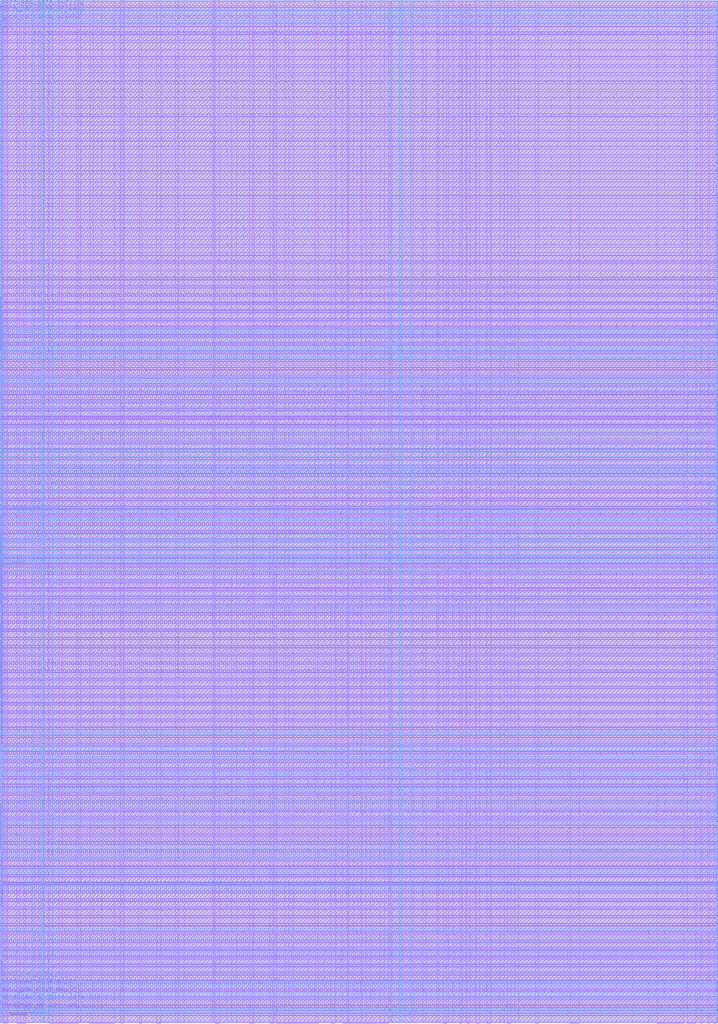
<source format=lef>
MACRO tdsp_core
  CLASS  BLOCK ;
  FOREIGN tdsp_core 0.000 0.000 ;
  ORIGIN 0.000 0.000 ;
  SIZE 442.860 BY 630.000 ;
  SYMMETRY X Y R90  ;
  PIN port_as
    DIRECTION OUTPUT ;
    USE SIGNAL ;
    PORT
      LAYER Metal3 ;
        RECT 442.580 254.380 442.860 254.660 ;
    END
  END port_as
  PIN address[6]
    DIRECTION OUTPUT ;
    USE SIGNAL ;
    PORT
      LAYER Metal3 ;
        RECT 442.580 305.340 442.860 305.620 ;
    END
  END address[6]
  PIN t_data_in[15]
    DIRECTION INPUT ;
    USE SIGNAL ;
    PORT
      LAYER Metal3 ;
        RECT 442.580 289.100 442.860 289.380 ;
    END
  END t_data_in[15]
  PIN t_data_in[8]
    DIRECTION INPUT ;
    USE SIGNAL ;
    PORT
      LAYER Metal3 ;
        RECT 442.580 324.380 442.860 324.660 ;
    END
  END t_data_in[8]
  PIN scan_en
    DIRECTION INPUT ;
    USE SIGNAL ;
    PORT
      LAYER Metal3 ;
        RECT 442.580 420.140 442.860 420.420 ;
    END
  END scan_en
  PIN SPCASCAN_N3_port_data_out_0_
    DIRECTION OUTPUT ;
    USE SIGNAL ;
    PORT
      LAYER Metal3 ;
        RECT 0.000 12.460 0.280 12.740 ;
    END
  END SPCASCAN_N3_port_data_out_0_
  PIN port_pad_data_in[9]
    DIRECTION INPUT ;
    USE SIGNAL ;
    PORT
      LAYER Metal3 ;
        RECT 442.580 389.900 442.860 390.180 ;
    END
  END port_pad_data_in[9]
  PIN p_address[2]
    DIRECTION OUTPUT ;
    USE SIGNAL ;
    PORT
      LAYER Metal3 ;
        RECT 442.580 168.140 442.860 168.420 ;
    END
  END p_address[2]
  PIN rom_data_in[13]
    DIRECTION INPUT ;
    USE SIGNAL ;
    PORT
      LAYER Metal3 ;
        RECT 442.580 93.100 442.860 93.380 ;
    END
  END rom_data_in[13]
  PIN t_data_in[1]
    DIRECTION INPUT ;
    USE SIGNAL ;
    PORT
      LAYER Metal3 ;
        RECT 442.580 315.420 442.860 315.700 ;
    END
  END t_data_in[1]
  PIN t_data_out[14]
    DIRECTION OUTPUT ;
    USE SIGNAL ;
    PORT
      LAYER Metal3 ;
        RECT 442.580 380.940 442.860 381.220 ;
    END
  END t_data_out[14]
  PIN t_data_out[3]
    DIRECTION OUTPUT ;
    USE SIGNAL ;
    PORT
      LAYER Metal3 ;
        RECT 442.580 163.100 442.860 163.380 ;
    END
  END t_data_out[3]
  PIN port_pad_data_in[2]
    DIRECTION INPUT ;
    USE SIGNAL ;
    PORT
      LAYER Metal3 ;
        RECT 442.580 42.700 442.860 42.980 ;
    END
  END port_pad_data_in[2]
  PIN rom_data_in[4]
    DIRECTION INPUT ;
    USE SIGNAL ;
    PORT
      LAYER Metal3 ;
        RECT 442.580 103.180 442.860 103.460 ;
    END
  END rom_data_in[4]
  PIN port_pad_data_out[6]
    DIRECTION OUTPUT ;
    USE SIGNAL ;
    PORT
      LAYER Metal3 ;
        RECT 442.580 12.460 442.860 12.740 ;
    END
  END port_pad_data_out[6]
  PIN port_pad_data_in[14]
    DIRECTION INPUT ;
    USE SIGNAL ;
    PORT
      LAYER Metal3 ;
        RECT 0.000 621.740 0.280 622.020 ;
    END
  END port_pad_data_in[14]
  PIN t_data_in[10]
    DIRECTION INPUT ;
    USE SIGNAL ;
    PORT
      LAYER Metal3 ;
        RECT 442.580 330.540 442.860 330.820 ;
    END
  END t_data_in[10]
  PIN SPCASCAN_N22_data_out_0_
    DIRECTION OUTPUT ;
    USE SIGNAL ;
    PORT
      LAYER Metal3 ;
        RECT 442.340 309.820 442.860 310.100 ;
    END
  END SPCASCAN_N22_data_out_0_
  PIN port_pad_data_out[14]
    DIRECTION OUTPUT ;
    USE SIGNAL ;
    PORT
      LAYER Metal3 ;
        RECT 0.000 622.860 0.280 623.140 ;
    END
  END port_pad_data_out[14]
  PIN address[4]
    DIRECTION OUTPUT ;
    USE SIGNAL ;
    PORT
      LAYER Metal3 ;
        RECT 442.580 290.220 442.860 290.500 ;
    END
  END address[4]
  PIN t_data_in[6]
    DIRECTION INPUT ;
    USE SIGNAL ;
    PORT
      LAYER Metal3 ;
        RECT 442.580 294.140 442.860 294.420 ;
    END
  END t_data_in[6]
  PIN t_data_out[8]
    DIRECTION OUTPUT ;
    USE SIGNAL ;
    PORT
      LAYER Metal3 ;
        RECT 442.580 52.780 442.860 53.060 ;
    END
  END t_data_out[8]
  PIN port_address[2]
    DIRECTION OUTPUT ;
    USE SIGNAL ;
    PORT
      LAYER Metal3 ;
        RECT 442.580 349.580 442.860 349.860 ;
    END
  END port_address[2]
  PIN port_pad_data_in[7]
    DIRECTION INPUT ;
    USE SIGNAL ;
    PORT
      LAYER Metal3 ;
        RECT 442.580 28.140 442.860 28.420 ;
    END
  END port_pad_data_in[7]
  PIN rom_data_in[11]
    DIRECTION INPUT ;
    USE SIGNAL ;
    PORT
      LAYER Metal3 ;
        RECT 442.580 88.620 442.860 88.900 ;
    END
  END rom_data_in[11]
  PIN p_address[4]
    DIRECTION OUTPUT ;
    USE SIGNAL ;
    PORT
      LAYER Metal3 ;
        RECT 442.580 158.060 442.860 158.340 ;
    END
  END p_address[4]
  PIN port_pad_data_out[1]
    DIRECTION OUTPUT ;
    USE SIGNAL ;
    PORT
      LAYER Metal3 ;
        RECT 0.000 16.940 0.280 17.220 ;
    END
  END port_pad_data_out[1]
  PIN rom_data_in[9]
    DIRECTION INPUT ;
    USE SIGNAL ;
    PORT
      LAYER Metal3 ;
        RECT 442.580 98.700 442.860 98.980 ;
    END
  END rom_data_in[9]
  PIN t_data_out[1]
    DIRECTION OUTPUT ;
    USE SIGNAL ;
    PORT
      LAYER Metal3 ;
        RECT 442.580 355.740 442.860 356.020 ;
    END
  END t_data_out[1]
  PIN port_pad_data_in[0]
    DIRECTION INPUT ;
    USE SIGNAL ;
    PORT
      LAYER Metal3 ;
        RECT 0.000 27.020 0.280 27.300 ;
    END
  END port_pad_data_in[0]
  PIN SPCASCAN_N24_t_sel_7
    DIRECTION INPUT ;
    USE SIGNAL ;
    PORT
      LAYER Metal3 ;
        RECT 442.580 344.540 442.860 344.820 ;
    END
  END SPCASCAN_N24_t_sel_7
  PIN rom_data_in[2]
    DIRECTION INPUT ;
    USE SIGNAL ;
    PORT
      LAYER Metal3 ;
        RECT 442.580 133.420 442.860 133.700 ;
    END
  END rom_data_in[2]
  PIN port_pad_data_out[8]
    DIRECTION OUTPUT ;
    USE SIGNAL ;
    PORT
      LAYER Metal3 ;
        RECT 442.340 411.180 442.860 411.460 ;
    END
  END port_pad_data_out[8]
  PIN port_pad_data_in[12]
    DIRECTION INPUT ;
    USE SIGNAL ;
    PORT
      LAYER Metal3 ;
        RECT 442.580 405.580 442.860 405.860 ;
    END
  END port_pad_data_in[12]
  PIN t_data_in[12]
    DIRECTION INPUT ;
    USE SIGNAL ;
    PORT
      LAYER Metal3 ;
        RECT 442.580 329.420 442.860 329.700 ;
    END
  END t_data_in[12]
  PIN port_pad_data_out[12]
    DIRECTION OUTPUT ;
    USE SIGNAL ;
    PORT
      LAYER Metal3 ;
        RECT 442.580 430.220 442.860 430.500 ;
    END
  END port_pad_data_out[12]
  PIN address[2]
    DIRECTION OUTPUT ;
    USE SIGNAL ;
    PORT
      LAYER Metal3 ;
        RECT 442.580 284.060 442.860 284.340 ;
    END
  END address[2]
  PIN t_data_in[4]
    DIRECTION INPUT ;
    USE SIGNAL ;
    PORT
      LAYER Metal3 ;
        RECT 442.580 295.260 442.860 295.540 ;
    END
  END t_data_in[4]
  PIN port_address[0]
    DIRECTION OUTPUT ;
    USE SIGNAL ;
    PORT
      LAYER Metal3 ;
        RECT 442.580 339.500 442.860 339.780 ;
    END
  END port_address[0]
  PIN t_data_out[6]
    DIRECTION OUTPUT ;
    USE SIGNAL ;
    PORT
      LAYER Metal3 ;
        RECT 442.580 364.700 442.860 364.980 ;
    END
  END t_data_out[6]
  PIN t_data_out[11]
    DIRECTION OUTPUT ;
    USE SIGNAL ;
    PORT
      LAYER Metal3 ;
        RECT 442.580 47.180 442.860 47.460 ;
    END
  END t_data_out[11]
  PIN p_address[6]
    DIRECTION OUTPUT ;
    USE SIGNAL ;
    PORT
      LAYER Metal3 ;
        RECT 442.580 149.100 442.860 149.380 ;
    END
  END p_address[6]
  PIN port_pad_data_in[5]
    DIRECTION INPUT ;
    USE SIGNAL ;
    PORT
      LAYER Metal3 ;
        RECT 442.580 33.180 442.860 33.460 ;
    END
  END port_pad_data_in[5]
  PIN rom_data_in[7]
    DIRECTION INPUT ;
    USE SIGNAL ;
    PORT
      LAYER Metal3 ;
        RECT 442.580 113.260 442.860 113.540 ;
    END
  END rom_data_in[7]
  PIN port_pad_data_out[3]
    DIRECTION OUTPUT ;
    USE SIGNAL ;
    PORT
      LAYER Metal3 ;
        RECT 442.580 22.540 442.860 22.820 ;
    END
  END port_pad_data_out[3]
  PIN n_7862
    DIRECTION INPUT ;
    USE SIGNAL ;
    PORT
      LAYER Metal3 ;
        RECT 0.000 279.580 0.280 279.860 ;
    END
  END n_7862
  PIN address[7]
    DIRECTION OUTPUT ;
    USE SIGNAL ;
    PORT
      LAYER Metal3 ;
        RECT 442.580 263.900 442.860 264.180 ;
    END
  END address[7]
  PIN write
    DIRECTION OUTPUT ;
    USE SIGNAL ;
    PORT
      LAYER Metal3 ;
        RECT 442.580 265.020 442.860 265.300 ;
    END
  END write
  PIN rom_data_in[0]
    DIRECTION INPUT ;
    USE SIGNAL ;
    PORT
      LAYER Metal3 ;
        RECT 442.340 139.020 442.860 139.300 ;
    END
  END rom_data_in[0]
  PIN port_pad_data_in[10]
    DIRECTION INPUT ;
    USE SIGNAL ;
    PORT
      LAYER Metal3 ;
        RECT 442.580 391.020 442.860 391.300 ;
    END
  END port_pad_data_in[10]
  PIN int
    DIRECTION INPUT ;
    USE SIGNAL ;
    PORT
      LAYER Metal3 ;
        RECT 0.000 415.100 0.280 415.380 ;
    END
  END int
  PIN t_data_in[14]
    DIRECTION INPUT ;
    USE SIGNAL ;
    PORT
      LAYER Metal3 ;
        RECT 442.340 340.620 442.860 340.900 ;
    END
  END t_data_in[14]
  PIN t_data_in[9]
    DIRECTION INPUT ;
    USE SIGNAL ;
    PORT
      LAYER Metal3 ;
        RECT 442.580 325.500 442.860 325.780 ;
    END
  END t_data_in[9]
  PIN rom_data_in[14]
    DIRECTION INPUT ;
    USE SIGNAL ;
    PORT
      LAYER Metal3 ;
        RECT 442.580 107.660 442.860 107.940 ;
    END
  END rom_data_in[14]
  PIN SPCASCAN_N26_spi_sr_0_
    DIRECTION INPUT ;
    USE SIGNAL ;
    PORT
      LAYER Metal3 ;
        RECT 442.580 400.540 442.860 400.820 ;
    END
  END SPCASCAN_N26_spi_sr_0_
  PIN p_address[1]
    DIRECTION OUTPUT ;
    USE SIGNAL ;
    PORT
      LAYER Metal3 ;
        RECT 442.580 169.260 442.860 169.540 ;
    END
  END p_address[1]
  PIN address[0]
    DIRECTION OUTPUT ;
    USE SIGNAL ;
    PORT
      LAYER Metal3 ;
        RECT 442.580 279.020 442.860 279.300 ;
    END
  END address[0]
  PIN SPCASCAN_N2_low_mag_8_
    DIRECTION INPUT ;
    USE SIGNAL ;
    PORT
      LAYER Metal3 ;
        RECT 442.580 6.860 442.860 7.140 ;
    END
  END SPCASCAN_N2_low_mag_8_
  PIN port_pad_data_out[10]
    DIRECTION OUTPUT ;
    USE SIGNAL ;
    PORT
      LAYER Metal3 ;
        RECT 442.580 421.260 442.860 421.540 ;
    END
  END port_pad_data_out[10]
  PIN t_data_in[2]
    DIRECTION INPUT ;
    USE SIGNAL ;
    PORT
      LAYER Metal3 ;
        RECT 442.580 304.220 442.860 304.500 ;
    END
  END t_data_in[2]
  PIN BG_scan_out
    DIRECTION OUTPUT ;
    USE SIGNAL ;
    PORT
      LAYER Metal3 ;
        RECT 0.000 314.860 0.280 315.140 ;
    END
  END BG_scan_out
  PIN t_data_out[4]
    DIRECTION OUTPUT ;
    USE SIGNAL ;
    PORT
      LAYER Metal3 ;
        RECT 442.340 123.900 442.860 124.180 ;
    END
  END t_data_out[4]
  PIN t_data_out[13]
    DIRECTION OUTPUT ;
    USE SIGNAL ;
    PORT
      LAYER Metal3 ;
        RECT 442.580 370.860 442.860 371.140 ;
    END
  END t_data_out[13]
  PIN port_pad_data_in[3]
    DIRECTION INPUT ;
    USE SIGNAL ;
    PORT
      LAYER Metal3 ;
        RECT 442.580 38.220 442.860 38.500 ;
    END
  END port_pad_data_in[3]
  PIN p_address[8]
    DIRECTION OUTPUT ;
    USE SIGNAL ;
    PORT
      LAYER Metal3 ;
        RECT 442.580 143.500 442.860 143.780 ;
    END
  END p_address[8]
  PIN SPCASCAN_N4_low_mag_3_
    DIRECTION INPUT ;
    USE SIGNAL ;
    PORT
      LAYER Metal3 ;
        RECT 0.000 7.980 0.280 8.260 ;
    END
  END SPCASCAN_N4_low_mag_3_
  PIN rom_data_in[5]
    DIRECTION INPUT ;
    USE SIGNAL ;
    PORT
      LAYER Metal3 ;
        RECT 442.580 122.780 442.860 123.060 ;
    END
  END rom_data_in[5]
  PIN port_pad_data_in[15]
    DIRECTION INPUT ;
    USE SIGNAL ;
    PORT
      LAYER Metal3 ;
        RECT 0.000 616.700 0.280 616.980 ;
    END
  END port_pad_data_in[15]
  PIN port_pad_data_out[5]
    DIRECTION OUTPUT ;
    USE SIGNAL ;
    PORT
      LAYER Metal3 ;
        RECT 442.580 16.940 442.860 17.220 ;
    END
  END port_pad_data_out[5]
  PIN bus_request
    DIRECTION OUTPUT ;
    USE SIGNAL ;
    PORT
      LAYER Metal3 ;
        RECT 442.580 258.860 442.860 259.140 ;
    END
  END bus_request
  PIN bus_grant
    DIRECTION INPUT ;
    USE SIGNAL ;
    PORT
      LAYER Metal3 ;
        RECT 442.580 259.980 442.860 260.260 ;
    END
  END bus_grant
  PIN address[5]
    DIRECTION OUTPUT ;
    USE SIGNAL ;
    PORT
      LAYER Metal3 ;
        RECT 442.580 300.300 442.860 300.580 ;
    END
  END address[5]
  PIN port_pad_data_out[15]
    DIRECTION OUTPUT ;
    USE SIGNAL ;
    PORT
      LAYER Metal3 ;
        RECT 0.000 626.220 0.520 626.500 ;
    END
  END port_pad_data_out[15]
  PIN SPCASCAN_N1_p_data_out_13_
    DIRECTION OUTPUT ;
    USE SIGNAL ;
    PORT
      LAYER Metal3 ;
        RECT 442.580 87.500 442.860 87.780 ;
    END
  END SPCASCAN_N1_p_data_out_13_
  PIN t_data_in[7]
    DIRECTION INPUT ;
    USE SIGNAL ;
    PORT
      LAYER Metal3 ;
        RECT 442.580 320.460 442.860 320.740 ;
    END
  END t_data_in[7]
  PIN t_data_out[9]
    DIRECTION OUTPUT ;
    USE SIGNAL ;
    PORT
      LAYER Metal3 ;
        RECT 442.580 369.740 442.860 370.020 ;
    END
  END t_data_out[9]
  PIN rom_data_in[12]
    DIRECTION INPUT ;
    USE SIGNAL ;
    PORT
      LAYER Metal3 ;
        RECT 442.580 97.580 442.860 97.860 ;
    END
  END rom_data_in[12]
  PIN port_pad_data_in[8]
    DIRECTION INPUT ;
    USE SIGNAL ;
    PORT
      LAYER Metal3 ;
        RECT 442.580 394.940 442.860 395.220 ;
    END
  END port_pad_data_in[8]
  PIN p_address[3]
    DIRECTION OUTPUT ;
    USE SIGNAL ;
    PORT
      LAYER Metal3 ;
        RECT 442.580 159.180 442.860 159.460 ;
    END
  END p_address[3]
  PIN t_data_in[0]
    DIRECTION INPUT ;
    USE SIGNAL ;
    PORT
      LAYER Metal3 ;
        RECT 442.580 314.300 442.860 314.580 ;
    END
  END t_data_in[0]
  PIN port_pad_data_out[0]
    DIRECTION OUTPUT ;
    USE SIGNAL ;
    PORT
      LAYER Metal3 ;
        RECT 0.000 18.060 0.280 18.340 ;
    END
  END port_pad_data_out[0]
  PIN BG_scan_in
    DIRECTION INPUT ;
    USE SIGNAL ;
    PORT
      LAYER Metal3 ;
        RECT 442.580 374.780 442.860 375.060 ;
    END
  END BG_scan_in
  PIN t_data_out[2]
    DIRECTION OUTPUT ;
    USE SIGNAL ;
    PORT
      LAYER Metal3 ;
        RECT 442.580 57.260 442.860 57.540 ;
    END
  END t_data_out[2]
  PIN t_data_out[15]
    DIRECTION OUTPUT ;
    USE SIGNAL ;
    PORT
      LAYER Metal3 ;
        RECT 442.340 384.860 442.860 385.140 ;
    END
  END t_data_out[15]
  PIN port_pad_data_in[1]
    DIRECTION INPUT ;
    USE SIGNAL ;
    PORT
      LAYER Metal3 ;
        RECT 0.000 22.540 0.280 22.820 ;
    END
  END port_pad_data_in[1]
  PIN rom_data_in[3]
    DIRECTION INPUT ;
    USE SIGNAL ;
    PORT
      LAYER Metal3 ;
        RECT 442.580 128.940 442.860 129.220 ;
    END
  END rom_data_in[3]
  PIN port_pad_data_in[13]
    DIRECTION INPUT ;
    USE SIGNAL ;
    PORT
      LAYER Metal3 ;
        RECT 442.580 410.060 442.860 410.340 ;
    END
  END port_pad_data_in[13]
  PIN port_pad_data_out[7]
    DIRECTION OUTPUT ;
    USE SIGNAL ;
    PORT
      LAYER Metal3 ;
        RECT 442.340 7.980 442.860 8.260 ;
    END
  END port_pad_data_out[7]
  PIN SPCASCAN_N5_port_data_out_1_
    DIRECTION OUTPUT ;
    USE SIGNAL ;
    PORT
      LAYER Metal3 ;
        RECT 0.000 6.860 0.280 7.140 ;
    END
  END SPCASCAN_N5_port_data_out_1_
  PIN t_data_in[11]
    DIRECTION INPUT ;
    USE SIGNAL ;
    PORT
      LAYER Metal3 ;
        RECT 442.580 334.460 442.860 334.740 ;
    END
  END t_data_in[11]
  PIN bio
    DIRECTION INPUT ;
    USE SIGNAL ;
    PORT
      LAYER Metal3 ;
        RECT 442.580 273.980 442.860 274.260 ;
    END
  END bio
  PIN address[3]
    DIRECTION OUTPUT ;
    USE SIGNAL ;
    PORT
      LAYER Metal3 ;
        RECT 442.340 285.180 442.860 285.460 ;
    END
  END address[3]
  PIN port_pad_data_out[13]
    DIRECTION OUTPUT ;
    USE SIGNAL ;
    PORT
      LAYER Metal3 ;
        RECT 442.580 431.340 442.860 431.620 ;
    END
  END port_pad_data_out[13]
  PIN read
    DIRECTION OUTPUT ;
    USE SIGNAL ;
    PORT
      LAYER Metal3 ;
        RECT 442.580 268.940 442.860 269.220 ;
    END
  END read
  PIN t_data_in[5]
    DIRECTION INPUT ;
    USE SIGNAL ;
    PORT
      LAYER Metal3 ;
        RECT 442.580 319.340 442.860 319.620 ;
    END
  END t_data_in[5]
  PIN t_data_out[10]
    DIRECTION OUTPUT ;
    USE SIGNAL ;
    PORT
      LAYER Metal3 ;
        RECT 442.580 48.300 442.860 48.580 ;
    END
  END t_data_out[10]
  PIN port_address[1]
    DIRECTION OUTPUT ;
    USE SIGNAL ;
    PORT
      LAYER Metal3 ;
        RECT 442.580 345.660 442.860 345.940 ;
    END
  END port_address[1]
  PIN t_data_out[7]
    DIRECTION OUTPUT ;
    USE SIGNAL ;
    PORT
      LAYER Metal3 ;
        RECT 442.580 354.620 442.860 354.900 ;
    END
  END t_data_out[7]
  PIN p_read
    DIRECTION OUTPUT ;
    USE SIGNAL ;
    PORT
      LAYER Metal3 ;
        RECT 442.580 178.220 442.860 178.500 ;
    END
  END p_read
  PIN rom_data_in[10]
    DIRECTION INPUT ;
    USE SIGNAL ;
    PORT
      LAYER Metal3 ;
        RECT 442.580 118.300 442.860 118.580 ;
    END
  END rom_data_in[10]
  PIN p_address[5]
    DIRECTION OUTPUT ;
    USE SIGNAL ;
    PORT
      LAYER Metal3 ;
        RECT 442.580 153.580 442.860 153.860 ;
    END
  END p_address[5]
  PIN clk
    DIRECTION INPUT ;
    USE SIGNAL ;
    PORT
      LAYER Metal3 ;
        RECT 442.580 379.820 442.860 380.100 ;
    END
  END clk
  PIN port_pad_data_in[6]
    DIRECTION INPUT ;
    USE SIGNAL ;
    PORT
      LAYER Metal3 ;
        RECT 442.580 32.060 442.860 32.340 ;
    END
  END port_pad_data_in[6]
  PIN rom_data_in[8]
    DIRECTION INPUT ;
    USE SIGNAL ;
    PORT
      LAYER Metal3 ;
        RECT 442.580 108.780 442.860 109.060 ;
    END
  END rom_data_in[8]
  PIN port_pad_data_out[2]
    DIRECTION OUTPUT ;
    USE SIGNAL ;
    PORT
      LAYER Metal3 ;
        RECT 442.580 27.020 442.860 27.300 ;
    END
  END port_pad_data_out[2]
  PIN t_data_out[0]
    DIRECTION OUTPUT ;
    USE SIGNAL ;
    PORT
      LAYER Metal3 ;
        RECT 442.580 350.700 442.860 350.980 ;
    END
  END t_data_out[0]
  PIN reset
    DIRECTION INPUT ;
    USE SIGNAL ;
    PORT
      LAYER Metal3 ;
        RECT 442.580 385.980 442.860 386.260 ;
    END
  END reset
  PIN port_pad_data_out[9]
    DIRECTION OUTPUT ;
    USE SIGNAL ;
    PORT
      LAYER Metal3 ;
        RECT 442.580 416.220 442.860 416.500 ;
    END
  END port_pad_data_out[9]
  PIN rom_data_in[1]
    DIRECTION INPUT ;
    USE SIGNAL ;
    PORT
      LAYER Metal3 ;
        RECT 442.580 137.900 442.860 138.180 ;
    END
  END rom_data_in[1]
  PIN port_pad_data_in[11]
    DIRECTION INPUT ;
    USE SIGNAL ;
    PORT
      LAYER Metal3 ;
        RECT 442.340 396.060 442.860 396.340 ;
    END
  END port_pad_data_in[11]
  PIN t_data_in[13]
    DIRECTION INPUT ;
    USE SIGNAL ;
    PORT
      LAYER Metal3 ;
        RECT 442.580 335.580 442.860 335.860 ;
    END
  END t_data_in[13]
  PIN SPCASCAN_N25_data_out_12_
    DIRECTION OUTPUT ;
    USE SIGNAL ;
    PORT
      LAYER Metal3 ;
        RECT 442.580 360.220 442.860 360.500 ;
    END
  END SPCASCAN_N25_data_out_12_
  PIN VSS
    DIRECTION INOUT ;
    USE GROUND ;
    PORT
      LAYER Metal4 ;
        RECT 19.960 0.000 24.960 5.040 ;
        RECT 241.025 0.000 246.025 5.040 ;
      LAYER Metal1 ;
        RECT 0.000 619.520 0.660 620.320 ;
        RECT 0.000 4.640 0.660 5.440 ;
        RECT 0.000 14.720 0.660 15.520 ;
        RECT 0.000 24.800 0.660 25.600 ;
        RECT 0.000 34.880 0.660 35.680 ;
        RECT 0.000 44.960 0.660 45.760 ;
        RECT 0.000 55.040 0.660 55.840 ;
        RECT 0.000 65.120 0.660 65.920 ;
        RECT 0.000 75.200 0.660 76.000 ;
        RECT 0.000 85.280 0.660 86.080 ;
        RECT 0.000 95.360 0.660 96.160 ;
        RECT 0.000 105.440 0.660 106.240 ;
        RECT 0.000 115.520 0.660 116.320 ;
        RECT 0.000 125.600 0.660 126.400 ;
        RECT 0.000 135.680 0.660 136.480 ;
        RECT 0.000 145.760 0.660 146.560 ;
        RECT 0.000 155.840 0.660 156.640 ;
        RECT 0.000 165.920 0.660 166.720 ;
        RECT 0.000 176.000 0.660 176.800 ;
        RECT 0.000 186.080 0.660 186.880 ;
        RECT 0.000 196.160 0.660 196.960 ;
        RECT 0.000 206.240 0.660 207.040 ;
        RECT 0.000 216.320 0.660 217.120 ;
        RECT 0.000 226.400 0.660 227.200 ;
        RECT 0.000 236.480 0.660 237.280 ;
        RECT 0.000 246.560 0.660 247.360 ;
        RECT 0.000 256.640 0.660 257.440 ;
        RECT 0.000 266.720 0.660 267.520 ;
        RECT 0.000 276.800 0.660 277.600 ;
        RECT 0.000 286.880 0.660 287.680 ;
        RECT 0.000 296.960 0.660 297.760 ;
        RECT 0.000 307.040 0.660 307.840 ;
        RECT 0.000 317.120 0.660 317.920 ;
        RECT 0.000 327.200 0.660 328.000 ;
        RECT 0.000 337.280 0.660 338.080 ;
        RECT 0.000 347.360 0.660 348.160 ;
        RECT 0.000 357.440 0.660 358.240 ;
        RECT 0.000 367.520 0.660 368.320 ;
        RECT 0.000 377.600 0.660 378.400 ;
        RECT 0.000 387.680 0.660 388.480 ;
        RECT 0.000 397.760 0.660 398.560 ;
        RECT 0.000 407.840 0.660 408.640 ;
        RECT 0.000 417.920 0.660 418.720 ;
        RECT 0.000 428.000 0.660 428.800 ;
        RECT 0.000 438.080 0.660 438.880 ;
        RECT 0.000 448.160 0.660 448.960 ;
        RECT 0.000 458.240 0.660 459.040 ;
        RECT 0.000 468.320 0.660 469.120 ;
        RECT 0.000 478.400 0.660 479.200 ;
        RECT 0.000 488.480 0.660 489.280 ;
        RECT 0.000 498.560 0.660 499.360 ;
        RECT 0.000 508.640 0.660 509.440 ;
        RECT 0.000 518.720 0.660 519.520 ;
        RECT 0.000 528.800 0.660 529.600 ;
        RECT 0.000 538.880 0.660 539.680 ;
        RECT 0.000 548.960 0.660 549.760 ;
        RECT 0.000 559.040 0.660 559.840 ;
        RECT 0.000 569.120 0.660 569.920 ;
        RECT 0.000 579.200 0.660 580.000 ;
        RECT 0.000 589.280 0.660 590.080 ;
        RECT 0.000 609.440 0.660 610.240 ;
    END
  END VSS
  PIN as
    DIRECTION OUTPUT ;
    USE SIGNAL ;
    PORT
      LAYER Metal3 ;
        RECT 442.580 270.060 442.860 270.340 ;
    END
  END as
  PIN address[1]
    DIRECTION OUTPUT ;
    USE SIGNAL ;
    PORT
      LAYER Metal3 ;
        RECT 442.580 280.140 442.860 280.420 ;
    END
  END address[1]
  PIN port_pad_data_out[11]
    DIRECTION OUTPUT ;
    USE SIGNAL ;
    PORT
      LAYER Metal3 ;
        RECT 442.580 425.740 442.860 426.020 ;
    END
  END port_pad_data_out[11]
  PIN rom_data_in[15]
    DIRECTION INPUT ;
    USE SIGNAL ;
    PORT
      LAYER Metal3 ;
        RECT 442.580 83.020 442.860 83.300 ;
    END
  END rom_data_in[15]
  PIN p_address[0]
    DIRECTION OUTPUT ;
    USE SIGNAL ;
    PORT
      LAYER Metal3 ;
        RECT 442.580 173.740 442.860 174.020 ;
    END
  END p_address[0]
  PIN FE_PT1_
    DIRECTION INPUT ;
    USE SIGNAL ;
    PORT
      LAYER Metal3 ;
        RECT 442.580 275.100 442.860 275.380 ;
    END
  END FE_PT1_
  PIN SPCASCAN_N27_port_data_out_11_
    DIRECTION OUTPUT ;
    USE SIGNAL ;
    PORT
      LAYER Metal3 ;
        RECT 442.580 415.100 442.860 415.380 ;
    END
  END SPCASCAN_N27_port_data_out_11_
  PIN t_data_in[3]
    DIRECTION INPUT ;
    USE SIGNAL ;
    PORT
      LAYER Metal3 ;
        RECT 442.580 299.180 442.860 299.460 ;
    END
  END t_data_in[3]
  PIN t_data_out[5]
    DIRECTION OUTPUT ;
    USE SIGNAL ;
    PORT
      LAYER Metal3 ;
        RECT 442.580 365.820 442.860 366.100 ;
    END
  END t_data_out[5]
  PIN t_data_out[12]
    DIRECTION OUTPUT ;
    USE SIGNAL ;
    PORT
      LAYER Metal3 ;
        RECT 442.580 375.900 442.860 376.180 ;
    END
  END t_data_out[12]
  PIN p_address[7]
    DIRECTION OUTPUT ;
    USE SIGNAL ;
    PORT
      LAYER Metal3 ;
        RECT 442.580 147.980 442.860 148.260 ;
    END
  END p_address[7]
  PIN port_pad_data_in[4]
    DIRECTION INPUT ;
    USE SIGNAL ;
    PORT
      LAYER Metal3 ;
        RECT 442.580 37.100 442.860 37.380 ;
    END
  END port_pad_data_in[4]
  PIN rom_data_in[6]
    DIRECTION INPUT ;
    USE SIGNAL ;
    PORT
      LAYER Metal3 ;
        RECT 442.580 127.820 442.860 128.100 ;
    END
  END rom_data_in[6]
  PIN port_pad_data_out[4]
    DIRECTION OUTPUT ;
    USE SIGNAL ;
    PORT
      LAYER Metal3 ;
        RECT 442.580 18.060 442.860 18.340 ;
    END
  END port_pad_data_out[4]
  PIN VDD
    DIRECTION INOUT ;
    USE POWER ;
    PORT
      LAYER Metal4 ;
        RECT 26.960 0.000 31.960 5.040 ;
        RECT 248.025 0.000 253.025 5.040 ;
      LAYER Metal1 ;
        RECT 0.000 624.560 0.660 625.360 ;
        RECT 0.000 9.680 0.660 10.480 ;
        RECT 0.000 19.760 0.660 20.560 ;
        RECT 0.000 29.840 0.660 30.640 ;
        RECT 0.000 39.920 0.660 40.720 ;
        RECT 0.000 50.000 0.660 50.800 ;
        RECT 0.000 60.080 0.660 60.880 ;
        RECT 0.000 70.160 0.660 70.960 ;
        RECT 0.000 80.240 0.660 81.040 ;
        RECT 0.000 90.320 0.660 91.120 ;
        RECT 0.000 100.400 0.660 101.200 ;
        RECT 0.000 110.480 0.660 111.280 ;
        RECT 0.000 120.560 0.660 121.360 ;
        RECT 0.000 130.640 0.660 131.440 ;
        RECT 0.000 140.720 0.660 141.520 ;
        RECT 0.000 150.800 0.660 151.600 ;
        RECT 0.000 160.880 0.660 161.680 ;
        RECT 0.000 170.960 0.660 171.760 ;
        RECT 0.000 181.040 0.660 181.840 ;
        RECT 0.000 191.120 0.660 191.920 ;
        RECT 0.000 201.200 0.660 202.000 ;
        RECT 0.000 211.280 0.660 212.080 ;
        RECT 0.000 221.360 0.660 222.160 ;
        RECT 0.000 231.440 0.660 232.240 ;
        RECT 0.000 241.520 0.660 242.320 ;
        RECT 0.000 251.600 0.660 252.400 ;
        RECT 0.000 261.680 0.660 262.480 ;
        RECT 0.000 271.760 0.660 272.560 ;
        RECT 0.000 281.840 0.660 282.640 ;
        RECT 0.000 291.920 0.660 292.720 ;
        RECT 0.000 302.000 0.660 302.800 ;
        RECT 0.000 312.080 0.660 312.880 ;
        RECT 0.000 322.160 0.660 322.960 ;
        RECT 0.000 332.240 0.660 333.040 ;
        RECT 0.000 342.320 0.660 343.120 ;
        RECT 0.000 352.400 0.660 353.200 ;
        RECT 0.000 362.480 0.660 363.280 ;
        RECT 0.000 372.560 0.660 373.360 ;
        RECT 0.000 382.640 0.660 383.440 ;
        RECT 0.000 392.720 0.660 393.520 ;
        RECT 0.000 402.800 0.660 403.600 ;
        RECT 0.000 412.880 0.660 413.680 ;
        RECT 0.000 422.960 0.660 423.760 ;
        RECT 0.000 433.040 0.660 433.840 ;
        RECT 0.000 443.120 0.660 443.920 ;
        RECT 0.000 453.200 0.660 454.000 ;
        RECT 0.000 473.360 0.660 474.160 ;
        RECT 0.000 483.440 0.660 484.240 ;
        RECT 0.000 493.520 0.660 494.320 ;
        RECT 0.000 503.600 0.660 504.400 ;
        RECT 0.000 513.680 0.660 514.480 ;
        RECT 0.000 523.760 0.660 524.560 ;
        RECT 0.000 533.840 0.660 534.640 ;
        RECT 0.000 543.920 0.660 544.720 ;
        RECT 0.000 554.000 0.660 554.800 ;
        RECT 0.000 564.080 0.660 564.880 ;
        RECT 0.000 574.160 0.660 574.960 ;
        RECT 0.000 584.240 0.660 585.040 ;
        RECT 0.000 594.320 0.660 595.120 ;
        RECT 0.000 604.400 0.660 605.200 ;
        RECT 0.000 614.480 0.660 615.280 ;
    END
  END VDD
  OBS 
      LAYER Metal4 ;
        RECT 0.140 0.140 19.490 6.390 ;
        RECT 25.430 0.140 26.490 629.860 ;
        RECT 32.430 0.140 240.555 629.860 ;
        RECT 246.495 0.140 247.555 629.860 ;
        RECT 253.495 0.140 442.720 6.390 ;
        RECT 0.140 5.510 442.720 6.390 ;
        RECT 253.495 0.140 442.110 7.510 ;
        RECT 0.750 5.510 442.110 7.510 ;
        RECT 253.495 0.140 441.870 629.860 ;
        RECT 0.750 5.510 441.870 625.750 ;
        RECT 0.140 8.730 442.720 11.990 ;
        RECT 0.140 13.210 442.720 16.470 ;
        RECT 0.140 18.810 442.720 22.070 ;
        RECT 0.140 23.290 442.720 26.550 ;
        RECT 0.140 28.890 442.720 31.590 ;
        RECT 0.140 33.930 442.720 36.630 ;
        RECT 0.140 38.970 442.720 42.230 ;
        RECT 0.140 43.450 442.720 46.710 ;
        RECT 0.140 49.050 442.720 52.310 ;
        RECT 0.140 53.530 442.720 56.790 ;
        RECT 0.140 58.010 442.720 82.550 ;
        RECT 0.140 83.770 442.720 87.030 ;
        RECT 0.140 89.370 442.720 92.630 ;
        RECT 0.140 93.850 442.720 97.110 ;
        RECT 0.140 99.450 442.720 102.710 ;
        RECT 0.140 103.930 442.720 107.190 ;
        RECT 0.140 109.530 442.720 112.790 ;
        RECT 0.140 114.010 442.720 117.830 ;
        RECT 0.140 119.050 442.720 122.310 ;
        RECT 0.750 8.730 442.110 123.430 ;
        RECT 0.140 27.770 442.110 123.430 ;
        RECT 0.140 124.650 442.720 127.540 ;
        RECT 0.140 129.690 442.720 132.950 ;
        RECT 0.140 124.650 442.670 137.430 ;
        RECT 0.140 134.170 442.720 137.430 ;
        RECT 0.140 124.650 442.110 138.550 ;
        RECT 442.390 124.650 442.670 139.300 ;
        RECT 442.340 139.020 442.720 139.300 ;
        RECT 0.140 139.770 442.720 143.030 ;
        RECT 0.140 144.250 442.720 147.510 ;
        RECT 0.140 149.850 442.720 153.110 ;
        RECT 0.140 154.330 442.720 157.590 ;
        RECT 0.140 159.930 442.720 162.630 ;
        RECT 0.140 163.850 442.720 167.670 ;
        RECT 0.140 170.010 442.720 173.270 ;
        RECT 0.140 174.490 442.720 177.750 ;
        RECT 0.140 178.970 442.720 253.910 ;
        RECT 0.140 255.130 442.720 258.390 ;
        RECT 0.140 260.730 442.720 263.430 ;
        RECT 0.140 265.770 442.720 268.470 ;
        RECT 0.140 270.810 442.720 273.510 ;
        RECT 0.140 275.850 442.720 278.550 ;
        RECT 0.140 27.770 441.870 279.110 ;
        RECT 0.140 139.770 442.110 279.110 ;
        RECT 0.140 280.890 442.720 283.590 ;
        RECT 0.750 139.770 442.110 284.710 ;
        RECT 0.140 280.330 442.110 284.710 ;
        RECT 0.140 285.930 442.720 288.630 ;
        RECT 0.140 290.970 442.720 293.670 ;
        RECT 0.140 296.010 442.720 298.710 ;
        RECT 0.140 301.050 442.720 303.750 ;
        RECT 0.140 285.930 442.110 309.350 ;
        RECT 0.140 306.090 442.720 309.350 ;
        RECT 442.340 309.820 442.720 310.100 ;
        RECT 0.140 310.570 442.720 313.830 ;
        RECT 0.140 280.330 441.870 314.390 ;
        RECT 0.140 310.570 442.670 314.390 ;
        RECT 0.750 310.570 442.670 384.390 ;
        RECT 0.140 316.170 442.720 318.870 ;
        RECT 0.140 321.210 442.720 323.910 ;
        RECT 0.140 326.250 442.720 328.950 ;
        RECT 0.140 331.290 442.720 333.990 ;
        RECT 0.140 336.330 442.720 339.030 ;
        RECT 0.140 341.370 442.720 344.070 ;
        RECT 0.140 346.410 442.720 349.110 ;
        RECT 0.140 351.450 442.720 354.150 ;
        RECT 0.140 356.490 442.720 359.750 ;
        RECT 0.140 360.970 442.720 364.230 ;
        RECT 0.140 366.570 442.720 369.270 ;
        RECT 0.140 371.610 442.720 374.310 ;
        RECT 0.140 376.650 442.720 379.350 ;
        RECT 442.390 309.820 442.670 384.390 ;
        RECT 0.140 315.610 442.670 384.390 ;
        RECT 0.140 381.690 442.720 384.390 ;
        RECT 442.340 384.860 442.720 385.140 ;
        RECT 442.390 384.860 442.670 389.430 ;
        RECT 0.140 386.730 442.720 389.430 ;
        RECT 0.140 391.770 442.720 394.470 ;
        RECT 0.140 385.610 442.110 395.590 ;
        RECT 0.140 396.810 442.720 400.070 ;
        RECT 0.140 401.290 442.720 405.110 ;
        RECT 0.140 406.330 442.720 409.590 ;
        RECT 0.140 396.810 442.110 410.710 ;
        RECT 0.990 285.930 442.010 629.860 ;
        RECT 0.140 315.610 442.010 414.630 ;
        RECT 0.140 411.930 442.720 414.630 ;
        RECT 0.990 411.930 442.110 629.860 ;
        RECT 0.750 411.930 442.110 625.750 ;
        RECT 0.140 416.970 442.720 419.670 ;
        RECT 0.140 422.010 442.720 425.270 ;
        RECT 0.140 426.490 442.720 429.750 ;
        RECT 0.140 415.850 442.110 616.230 ;
        RECT 0.140 432.090 442.720 616.230 ;
        RECT 0.140 617.450 442.720 621.270 ;
        RECT 0.750 0.140 19.490 625.750 ;
        RECT 0.140 623.610 442.720 625.750 ;
        RECT 0.990 432.090 442.720 629.860 ;
        RECT 0.140 626.970 442.720 629.860 ;
        RECT 19.960 5.510 24.960 630.000 ;
        RECT 26.960 5.510 31.960 630.000 ;
        RECT 241.025 5.510 246.025 630.000 ;
        RECT 248.025 5.510 253.025 630.000 ;
      LAYER Metal3 ;
        RECT 0.140 0.140 442.720 6.390 ;
        RECT 0.750 0.140 442.110 7.700 ;
        RECT 0.750 7.420 442.720 7.700 ;
        RECT 0.140 8.730 442.720 11.990 ;
        RECT 0.140 13.210 442.720 16.470 ;
        RECT 0.140 18.810 442.720 22.070 ;
        RECT 0.140 23.290 442.720 26.550 ;
        RECT 0.140 28.890 442.720 31.590 ;
        RECT 0.140 33.930 442.720 36.630 ;
        RECT 0.140 38.970 442.720 42.230 ;
        RECT 0.140 43.450 442.720 46.710 ;
        RECT 0.140 49.050 442.720 52.310 ;
        RECT 0.140 53.530 442.720 56.790 ;
        RECT 0.140 58.010 442.720 82.550 ;
        RECT 0.140 83.770 442.720 87.030 ;
        RECT 0.140 89.370 442.720 92.630 ;
        RECT 0.140 93.850 442.720 97.110 ;
        RECT 0.140 99.450 442.720 102.710 ;
        RECT 0.140 103.930 442.720 107.190 ;
        RECT 0.140 109.530 442.720 112.790 ;
        RECT 0.140 114.010 442.720 117.830 ;
        RECT 0.140 119.050 442.720 122.310 ;
        RECT 0.750 8.730 442.110 123.430 ;
        RECT 0.140 27.770 442.110 123.430 ;
        RECT 0.140 124.650 442.720 127.540 ;
        RECT 0.140 129.690 442.720 132.950 ;
        RECT 0.140 134.170 442.720 137.430 ;
        RECT 0.140 124.650 442.110 138.550 ;
        RECT 0.140 139.770 442.720 143.030 ;
        RECT 0.140 144.250 442.720 147.510 ;
        RECT 0.140 149.850 442.720 153.110 ;
        RECT 0.140 154.330 442.720 157.590 ;
        RECT 0.140 159.930 442.720 162.630 ;
        RECT 0.140 163.850 442.720 167.670 ;
        RECT 0.140 170.010 442.720 173.270 ;
        RECT 0.140 174.490 442.720 177.750 ;
        RECT 0.140 178.970 442.720 253.910 ;
        RECT 0.140 255.130 442.720 258.390 ;
        RECT 0.140 260.730 442.720 263.430 ;
        RECT 0.140 265.770 442.720 268.470 ;
        RECT 0.140 270.810 442.720 273.510 ;
        RECT 0.140 275.850 442.720 278.550 ;
        RECT 0.140 27.770 441.870 279.110 ;
        RECT 0.140 139.770 442.110 279.110 ;
        RECT 0.140 280.890 442.720 283.590 ;
        RECT 0.750 139.770 442.110 284.710 ;
        RECT 0.140 280.330 442.110 284.710 ;
        RECT 0.140 285.930 442.720 288.630 ;
        RECT 0.140 290.970 442.720 293.670 ;
        RECT 0.140 296.010 442.720 298.710 ;
        RECT 0.140 301.050 442.720 303.750 ;
        RECT 0.140 285.930 442.110 309.350 ;
        RECT 0.140 306.090 442.720 309.350 ;
        RECT 0.140 310.570 442.720 313.830 ;
        RECT 0.140 280.330 441.870 314.390 ;
        RECT 0.140 310.570 442.110 314.390 ;
        RECT 0.140 316.170 442.720 318.870 ;
        RECT 0.140 321.210 442.720 323.910 ;
        RECT 0.140 326.250 442.720 328.950 ;
        RECT 0.140 331.290 442.720 333.990 ;
        RECT 0.140 336.330 442.720 339.030 ;
        RECT 0.750 310.570 442.110 340.150 ;
        RECT 0.140 315.610 442.110 340.150 ;
        RECT 0.140 341.370 442.720 344.070 ;
        RECT 0.140 346.410 442.720 349.110 ;
        RECT 0.140 351.450 442.720 354.150 ;
        RECT 0.140 356.490 442.720 359.750 ;
        RECT 0.140 360.970 442.720 364.230 ;
        RECT 0.140 366.570 442.720 369.270 ;
        RECT 0.140 371.610 442.720 374.310 ;
        RECT 0.140 376.650 442.720 379.350 ;
        RECT 0.140 341.370 442.110 384.390 ;
        RECT 0.140 381.690 442.720 384.390 ;
        RECT 0.140 386.730 442.720 389.430 ;
        RECT 0.140 391.770 442.720 394.470 ;
        RECT 0.140 385.610 442.110 395.590 ;
        RECT 0.140 396.810 442.720 400.070 ;
        RECT 0.140 401.290 442.720 405.110 ;
        RECT 0.140 406.330 442.720 409.590 ;
        RECT 0.140 396.810 442.110 410.710 ;
        RECT 0.140 315.610 441.870 414.630 ;
        RECT 0.140 411.930 442.720 414.630 ;
        RECT 0.990 411.930 442.110 629.860 ;
        RECT 0.750 411.930 442.110 625.750 ;
        RECT 0.140 416.970 442.720 419.670 ;
        RECT 0.140 422.010 442.720 425.270 ;
        RECT 0.140 426.490 442.720 429.750 ;
        RECT 0.140 415.850 442.110 616.230 ;
        RECT 0.140 432.090 442.720 616.230 ;
        RECT 0.140 617.450 442.720 621.270 ;
        RECT 0.750 0.140 441.870 625.750 ;
        RECT 0.140 623.610 442.720 625.750 ;
        RECT 0.990 432.090 442.720 629.860 ;
        RECT 0.140 626.970 442.720 629.860 ;
      LAYER Metal2 ;
        RECT 0.140 0.140 442.720 4.170 ;
        RECT 0.140 5.910 442.720 9.210 ;
        RECT 0.140 10.950 442.720 14.250 ;
        RECT 0.140 15.990 442.720 19.290 ;
        RECT 0.140 21.030 442.720 24.330 ;
        RECT 0.140 26.070 442.720 29.370 ;
        RECT 0.140 31.110 442.720 34.410 ;
        RECT 0.800 31.110 442.720 34.580 ;
        RECT 0.850 31.110 442.720 39.450 ;
        RECT 0.140 36.150 442.720 39.450 ;
        RECT 0.140 41.190 442.720 44.490 ;
        RECT 0.140 46.230 442.720 49.530 ;
        RECT 0.140 51.270 442.720 54.570 ;
        RECT 0.140 56.310 442.720 59.610 ;
        RECT 0.140 61.350 442.720 64.650 ;
        RECT 0.140 66.390 442.720 69.690 ;
        RECT 0.140 71.430 442.720 74.730 ;
        RECT 0.140 76.470 442.720 79.770 ;
        RECT 0.140 81.510 442.720 84.810 ;
        RECT 0.850 71.430 442.720 84.980 ;
        RECT 0.800 81.510 442.720 84.980 ;
        RECT 0.800 86.380 442.720 89.850 ;
        RECT 0.140 86.550 442.720 89.850 ;
        RECT 0.140 91.590 442.720 94.890 ;
        RECT 0.140 96.630 442.720 99.930 ;
        RECT 0.850 86.380 442.720 104.970 ;
        RECT 0.140 101.670 442.720 104.970 ;
        RECT 0.140 106.710 442.720 110.010 ;
        RECT 0.140 111.750 442.720 115.050 ;
        RECT 0.140 116.790 442.720 120.090 ;
        RECT 0.140 121.830 442.720 125.130 ;
        RECT 0.140 126.870 442.720 130.340 ;
        RECT 0.190 106.710 442.720 135.210 ;
        RECT 0.140 131.910 442.720 135.210 ;
        RECT 0.140 136.950 442.720 140.250 ;
        RECT 0.140 141.990 442.720 145.290 ;
        RECT 0.140 147.030 442.720 150.330 ;
        RECT 0.140 152.070 442.720 155.370 ;
        RECT 0.140 157.110 442.720 160.410 ;
        RECT 0.140 162.150 442.720 165.450 ;
        RECT 0.140 167.190 442.720 170.490 ;
        RECT 0.140 172.230 442.720 175.530 ;
        RECT 0.800 172.230 442.720 175.700 ;
        RECT 0.140 177.270 442.720 180.570 ;
        RECT 0.140 182.310 442.720 185.610 ;
        RECT 0.140 187.350 442.720 190.650 ;
        RECT 0.140 192.390 442.720 195.690 ;
        RECT 0.140 197.430 442.720 200.730 ;
        RECT 0.140 202.470 442.720 205.770 ;
        RECT 0.140 207.510 442.720 210.810 ;
        RECT 0.140 212.550 442.720 215.850 ;
        RECT 0.140 217.590 442.720 220.890 ;
        RECT 0.140 222.630 442.720 225.930 ;
        RECT 0.140 227.670 442.720 230.970 ;
        RECT 0.190 202.470 442.720 236.010 ;
        RECT 0.140 232.710 442.720 236.010 ;
        RECT 0.140 237.750 442.720 241.220 ;
        RECT 0.190 237.750 442.720 246.090 ;
        RECT 0.140 242.790 442.720 246.090 ;
        RECT 0.190 237.750 0.520 246.260 ;
        RECT 0.140 242.790 0.520 246.260 ;
        RECT 0.140 247.830 442.720 251.130 ;
        RECT 0.140 252.870 442.720 256.170 ;
        RECT 0.140 257.910 442.720 261.210 ;
        RECT 0.140 262.950 442.720 266.250 ;
        RECT 0.140 267.990 442.720 271.290 ;
        RECT 0.140 273.030 442.720 276.330 ;
        RECT 0.140 278.070 442.720 281.370 ;
        RECT 0.140 283.110 442.720 286.410 ;
        RECT 0.140 288.150 442.720 291.450 ;
        RECT 0.140 293.190 442.720 296.490 ;
        RECT 0.190 257.910 442.720 301.530 ;
        RECT 0.850 172.230 442.720 301.530 ;
        RECT 0.140 298.230 442.720 301.530 ;
        RECT 0.140 303.270 442.720 306.570 ;
        RECT 0.140 308.310 442.720 311.610 ;
        RECT 0.140 313.350 442.720 316.650 ;
        RECT 0.140 318.390 442.720 321.690 ;
        RECT 0.140 323.430 442.720 326.730 ;
        RECT 0.140 328.470 442.720 331.770 ;
        RECT 0.140 333.510 442.720 336.810 ;
        RECT 0.140 338.550 442.720 341.850 ;
        RECT 0.140 343.590 442.720 346.890 ;
        RECT 0.140 348.630 442.720 351.930 ;
        RECT 0.140 353.670 442.720 356.970 ;
        RECT 0.140 358.710 442.720 362.010 ;
        RECT 0.140 363.750 442.720 367.050 ;
        RECT 0.140 368.790 442.720 372.090 ;
        RECT 0.800 373.660 442.720 377.130 ;
        RECT 0.850 358.710 442.720 377.130 ;
        RECT 0.140 373.830 442.720 377.130 ;
        RECT 0.140 378.870 442.720 382.170 ;
        RECT 0.140 383.910 442.720 387.210 ;
        RECT 0.140 388.950 442.720 392.250 ;
        RECT 0.140 393.990 442.720 397.290 ;
        RECT 0.140 399.030 442.720 402.330 ;
        RECT 0.140 404.070 442.720 407.370 ;
        RECT 0.140 409.110 442.720 412.410 ;
        RECT 0.140 414.150 442.720 417.450 ;
        RECT 0.140 419.190 442.720 422.490 ;
        RECT 0.140 424.230 442.720 427.530 ;
        RECT 0.140 429.270 442.720 432.570 ;
        RECT 0.140 434.310 442.720 437.610 ;
        RECT 0.140 439.350 442.720 442.650 ;
        RECT 0.190 414.150 442.720 447.690 ;
        RECT 0.140 444.220 442.720 447.690 ;
        RECT 0.140 449.430 442.720 452.730 ;
        RECT 0.140 454.470 442.720 457.770 ;
        RECT 0.140 459.510 442.720 467.850 ;
        RECT 0.140 469.590 442.720 472.890 ;
        RECT 0.850 414.150 442.720 477.930 ;
        RECT 0.140 474.630 442.720 477.930 ;
        RECT 0.140 479.670 442.720 482.970 ;
        RECT 0.140 484.710 442.720 488.010 ;
        RECT 0.140 489.750 442.720 493.050 ;
        RECT 0.140 494.790 442.720 498.090 ;
        RECT 0.140 499.830 442.720 503.130 ;
        RECT 0.140 504.870 442.720 508.170 ;
        RECT 0.140 509.910 442.720 513.210 ;
        RECT 0.140 514.950 442.720 518.250 ;
        RECT 0.140 519.990 442.720 523.290 ;
        RECT 0.140 525.030 442.720 528.330 ;
        RECT 0.850 484.710 442.720 533.370 ;
        RECT 0.140 530.070 442.720 533.370 ;
        RECT 0.140 535.110 442.720 538.410 ;
        RECT 0.140 540.150 442.720 543.450 ;
        RECT 0.140 545.190 442.720 548.490 ;
        RECT 0.140 550.230 442.720 553.530 ;
        RECT 0.140 555.270 442.720 558.570 ;
        RECT 0.140 560.310 442.720 563.610 ;
        RECT 0.140 565.350 442.720 568.650 ;
        RECT 0.140 570.390 442.720 573.690 ;
        RECT 0.140 575.430 442.720 578.730 ;
        RECT 0.140 580.470 442.720 583.770 ;
        RECT 0.140 585.510 442.720 588.810 ;
        RECT 0.140 590.550 442.720 593.850 ;
        RECT 0.140 595.590 442.720 603.930 ;
        RECT 0.140 605.670 442.720 608.970 ;
        RECT 0.850 580.470 442.720 609.140 ;
        RECT 0.800 605.670 442.720 609.140 ;
        RECT 0.140 610.710 442.720 614.010 ;
        RECT 0.800 610.710 442.720 614.180 ;
        RECT 0.140 615.750 442.720 619.050 ;
        RECT 0.140 620.790 442.720 624.090 ;
        RECT 1.130 0.140 442.720 629.860 ;
        RECT 0.140 625.830 442.720 629.860 ;
      LAYER Metal1 ;
        RECT 1.980 -0.400 4.620 630.000 ;
        RECT 10.560 -0.400 15.840 630.000 ;
        RECT 46.860 -0.400 48.180 630.400 ;
        RECT 30.360 -0.400 48.180 630.000 ;
        RECT 55.440 -0.400 70.620 630.000 ;
        RECT 74.580 -0.400 75.900 630.400 ;
        RECT 85.800 -0.400 87.120 630.000 ;
        RECT 153.780 -0.400 156.420 630.000 ;
        RECT 166.320 -0.400 168.960 630.000 ;
        RECT 170.280 -0.400 196.020 630.000 ;
        RECT 203.940 -0.400 206.580 630.400 ;
        RECT 211.200 -0.400 213.840 630.000 ;
        RECT 214.500 -0.400 222.420 630.000 ;
        RECT 223.080 -0.400 239.580 630.000 ;
        RECT 273.240 -0.400 275.220 630.000 ;
        RECT 283.140 -0.400 284.460 630.000 ;
        RECT 287.760 -0.400 289.740 630.000 ;
        RECT 300.300 -0.400 302.280 630.400 ;
        RECT 312.840 -0.400 314.820 630.000 ;
        RECT 330.000 -0.400 331.980 630.000 ;
        RECT 351.780 -0.400 357.060 630.000 ;
        RECT 405.240 -0.400 421.740 630.000 ;
        RECT 423.720 -0.400 429.000 630.000 ;
        RECT 431.640 -0.400 432.960 630.000 ;
        RECT 436.260 -0.400 437.580 630.000 ;
        RECT 440.220 -0.400 441.540 630.000 ;
        RECT 0.000 0.000 442.860 0.400 ;
        RECT 0.115 0.000 442.745 4.220 ;
        RECT 1.080 4.640 442.860 5.440 ;
        RECT 0.115 5.860 442.745 9.260 ;
        RECT 1.080 9.680 442.860 10.480 ;
        RECT 0.115 10.900 442.745 14.300 ;
        RECT 1.080 14.720 442.860 15.520 ;
        RECT 0.115 15.940 442.745 19.340 ;
        RECT 1.080 19.760 442.860 20.560 ;
        RECT 0.115 20.980 442.745 24.380 ;
        RECT 1.080 24.800 442.860 25.600 ;
        RECT 0.115 26.020 442.745 29.420 ;
        RECT 1.080 29.840 442.860 30.640 ;
        RECT 0.115 31.060 442.745 34.460 ;
        RECT 0.800 31.060 442.745 34.580 ;
        RECT 1.080 34.880 442.860 35.680 ;
        RECT 0.115 36.100 442.745 39.500 ;
        RECT 1.080 39.920 442.860 40.720 ;
        RECT 0.115 41.140 442.745 44.540 ;
        RECT 1.080 44.960 442.860 45.760 ;
        RECT 0.115 46.180 442.745 49.580 ;
        RECT 1.080 50.000 442.860 50.800 ;
        RECT 0.115 51.220 442.745 54.620 ;
        RECT 1.080 55.040 442.860 55.840 ;
        RECT 0.115 56.260 442.745 59.660 ;
        RECT 1.080 60.080 442.860 60.880 ;
        RECT 0.115 61.300 442.745 64.700 ;
        RECT 1.080 65.120 442.860 65.920 ;
        RECT 0.115 66.340 442.745 69.740 ;
        RECT 1.080 70.160 442.860 70.960 ;
        RECT 0.115 71.380 442.745 74.780 ;
        RECT 1.080 75.200 442.860 76.000 ;
        RECT 0.115 76.420 442.745 79.820 ;
        RECT 1.080 80.240 442.860 81.040 ;
        RECT 0.115 81.460 442.745 84.860 ;
        RECT 0.800 81.460 442.745 84.980 ;
        RECT 1.080 85.280 442.860 86.080 ;
        RECT 0.800 86.380 442.745 89.900 ;
        RECT 0.115 86.500 442.745 89.900 ;
        RECT 1.080 90.320 442.860 91.120 ;
        RECT 0.115 91.540 442.745 94.940 ;
        RECT 1.080 95.360 442.860 96.160 ;
        RECT 0.115 96.580 442.745 99.980 ;
        RECT 1.080 100.400 442.860 101.200 ;
        RECT 0.115 101.620 442.745 105.020 ;
        RECT 1.080 105.440 442.860 106.240 ;
        RECT 0.115 106.660 442.745 110.060 ;
        RECT 1.080 110.480 442.860 111.280 ;
        RECT 0.115 111.700 442.745 115.100 ;
        RECT 1.080 115.520 442.860 116.320 ;
        RECT 0.115 116.740 442.745 120.140 ;
        RECT 1.080 120.560 442.860 121.360 ;
        RECT 0.115 121.780 442.745 125.180 ;
        RECT 1.080 125.600 442.860 126.400 ;
        RECT 0.115 126.820 442.745 130.220 ;
        RECT 1.080 130.640 442.860 131.440 ;
        RECT 0.115 131.860 442.745 135.260 ;
        RECT 1.080 135.680 442.860 136.480 ;
        RECT 0.115 136.900 442.745 140.300 ;
        RECT 1.080 140.720 442.860 141.520 ;
        RECT 0.115 141.940 442.745 145.340 ;
        RECT 1.080 145.760 442.860 146.560 ;
        RECT 0.115 146.980 442.745 150.380 ;
        RECT 1.080 150.800 442.860 151.600 ;
        RECT 0.115 152.020 442.745 155.420 ;
        RECT 1.080 155.840 442.860 156.640 ;
        RECT 0.115 157.060 442.745 160.460 ;
        RECT 1.080 160.880 442.860 161.680 ;
        RECT 0.115 162.100 442.745 165.500 ;
        RECT 1.080 165.920 442.860 166.720 ;
        RECT 0.115 167.140 442.745 170.540 ;
        RECT 1.080 170.960 442.860 171.760 ;
        RECT 0.115 172.180 442.745 175.580 ;
        RECT 0.800 172.180 442.745 175.700 ;
        RECT 1.080 176.000 442.860 176.800 ;
        RECT 0.115 177.220 442.745 180.620 ;
        RECT 1.080 181.040 442.860 181.840 ;
        RECT 0.115 182.260 442.745 185.660 ;
        RECT 1.080 186.080 442.860 186.880 ;
        RECT 0.115 187.300 442.745 190.700 ;
        RECT 1.080 191.120 442.860 191.920 ;
        RECT 0.115 192.340 442.745 195.740 ;
        RECT 1.080 196.160 442.860 196.960 ;
        RECT 0.115 197.380 442.745 200.780 ;
        RECT 1.080 201.200 442.860 202.000 ;
        RECT 0.115 202.420 442.745 205.820 ;
        RECT 1.080 206.240 442.860 207.040 ;
        RECT 0.115 207.460 442.745 210.860 ;
        RECT 1.080 211.280 442.860 212.080 ;
        RECT 0.115 212.500 442.745 215.900 ;
        RECT 1.080 216.320 442.860 217.120 ;
        RECT 0.115 217.540 442.745 220.940 ;
        RECT 1.080 221.360 442.860 222.160 ;
        RECT 0.115 222.580 442.745 225.980 ;
        RECT 1.080 226.400 442.860 227.200 ;
        RECT 0.115 227.620 442.745 231.020 ;
        RECT 1.080 231.440 442.860 232.240 ;
        RECT 0.115 232.660 442.745 236.060 ;
        RECT 1.080 236.480 442.860 237.280 ;
        RECT 0.115 237.700 442.745 241.100 ;
        RECT 0.140 237.700 442.745 241.195 ;
        RECT 0.140 237.700 0.520 241.220 ;
        RECT 0.800 237.700 442.745 241.220 ;
        RECT 1.080 241.520 442.860 242.320 ;
        RECT 0.115 242.740 442.745 246.140 ;
        RECT 0.800 242.620 442.745 246.235 ;
        RECT 0.140 242.740 442.745 246.235 ;
        RECT 0.140 242.740 0.520 246.260 ;
        RECT 1.080 246.560 442.860 247.360 ;
        RECT 0.115 247.780 442.745 251.180 ;
        RECT 1.080 251.600 442.860 252.400 ;
        RECT 0.115 252.820 442.745 256.220 ;
        RECT 1.080 256.640 442.860 257.440 ;
        RECT 0.115 257.860 442.745 261.260 ;
        RECT 1.080 261.680 442.860 262.480 ;
        RECT 0.115 262.900 442.745 266.300 ;
        RECT 1.080 266.720 442.860 267.520 ;
        RECT 0.115 267.940 442.745 271.340 ;
        RECT 1.080 271.760 442.860 272.560 ;
        RECT 0.115 272.980 442.745 276.380 ;
        RECT 1.080 276.800 442.860 277.600 ;
        RECT 0.115 278.020 442.745 281.420 ;
        RECT 1.080 281.840 442.860 282.640 ;
        RECT 0.115 283.060 442.745 286.460 ;
        RECT 0.800 283.060 442.745 286.580 ;
        RECT 1.080 286.880 442.860 287.680 ;
        RECT 0.115 288.100 442.745 291.500 ;
        RECT 1.080 291.920 442.860 292.720 ;
        RECT 0.115 293.140 442.745 296.540 ;
        RECT 1.080 296.960 442.860 297.760 ;
        RECT 0.115 298.180 442.745 301.580 ;
        RECT 1.080 302.000 442.860 302.800 ;
        RECT 0.115 303.220 442.745 306.620 ;
        RECT 1.080 307.040 442.860 307.840 ;
        RECT 0.115 308.260 442.745 311.660 ;
        RECT 1.080 312.080 442.860 312.880 ;
        RECT 0.115 313.300 442.745 316.700 ;
        RECT 1.080 317.120 442.860 317.920 ;
        RECT 0.115 318.340 442.745 321.740 ;
        RECT 1.080 322.160 442.860 322.960 ;
        RECT 0.115 323.380 442.745 326.780 ;
        RECT 1.080 327.200 442.860 328.000 ;
        RECT 0.115 328.420 442.745 331.820 ;
        RECT 1.080 332.240 442.860 333.040 ;
        RECT 0.115 333.460 442.745 336.860 ;
        RECT 1.080 337.280 442.860 338.080 ;
        RECT 0.115 338.500 442.745 341.900 ;
        RECT 1.080 342.320 442.860 343.120 ;
        RECT 0.115 343.540 442.745 346.940 ;
        RECT 1.080 347.360 442.860 348.160 ;
        RECT 0.115 348.580 442.745 351.980 ;
        RECT 1.080 352.400 442.860 353.200 ;
        RECT 0.115 353.620 442.745 357.020 ;
        RECT 1.080 357.440 442.860 358.240 ;
        RECT 0.115 358.660 442.745 362.060 ;
        RECT 1.080 362.480 442.860 363.280 ;
        RECT 0.115 363.700 442.745 367.100 ;
        RECT 1.080 367.520 442.860 368.320 ;
        RECT 0.115 368.740 442.745 372.140 ;
        RECT 1.080 372.560 442.860 373.360 ;
        RECT 0.800 373.660 442.745 377.180 ;
        RECT 0.115 373.780 442.745 377.180 ;
        RECT 1.080 377.600 442.860 378.400 ;
        RECT 0.115 378.820 442.745 382.220 ;
        RECT 1.080 382.640 442.860 383.440 ;
        RECT 0.115 383.860 442.745 387.260 ;
        RECT 1.080 387.680 442.860 388.480 ;
        RECT 0.115 388.900 442.745 392.300 ;
        RECT 1.080 392.720 442.860 393.520 ;
        RECT 0.115 393.940 442.745 397.340 ;
        RECT 1.080 397.760 442.860 398.560 ;
        RECT 0.115 398.980 442.745 402.380 ;
        RECT 1.080 402.800 442.860 403.600 ;
        RECT 0.115 404.020 442.745 407.420 ;
        RECT 1.080 407.840 442.860 408.640 ;
        RECT 0.115 409.060 442.745 412.460 ;
        RECT 1.080 412.880 442.860 413.680 ;
        RECT 0.115 414.100 442.745 417.500 ;
        RECT 1.080 417.920 442.860 418.720 ;
        RECT 0.115 419.140 442.745 422.540 ;
        RECT 1.080 422.960 442.860 423.760 ;
        RECT 0.115 424.180 442.745 427.580 ;
        RECT 1.080 428.000 442.860 428.800 ;
        RECT 0.115 429.220 442.745 432.620 ;
        RECT 1.080 433.040 442.860 433.840 ;
        RECT 0.115 434.260 442.745 437.660 ;
        RECT 1.080 438.080 442.860 438.880 ;
        RECT 0.115 439.300 442.745 442.700 ;
        RECT 1.080 443.120 442.860 443.920 ;
        RECT 0.140 444.220 0.520 447.740 ;
        RECT 0.140 444.245 442.745 447.740 ;
        RECT 0.115 444.340 442.745 447.740 ;
        RECT 1.080 448.160 442.860 448.960 ;
        RECT 0.115 449.380 442.745 452.780 ;
        RECT 1.080 453.200 442.860 454.000 ;
        RECT 0.115 454.420 442.745 457.820 ;
        RECT 1.080 458.240 442.860 459.040 ;
        RECT 0.000 463.280 442.745 464.080 ;
        RECT 0.115 459.460 442.745 467.900 ;
        RECT 1.080 468.320 442.860 469.120 ;
        RECT 0.115 469.540 442.745 472.940 ;
        RECT 0.115 474.580 442.745 477.980 ;
        RECT 0.115 479.620 442.745 483.020 ;
        RECT 0.115 484.660 442.745 488.060 ;
        RECT 0.115 489.700 442.745 493.100 ;
        RECT 0.115 494.740 442.745 498.140 ;
        RECT 0.115 499.780 442.745 503.180 ;
        RECT 0.115 504.820 442.745 508.220 ;
        RECT 0.115 509.860 442.745 513.260 ;
        RECT 0.115 514.900 442.745 518.300 ;
        RECT 0.115 519.940 442.745 523.340 ;
        RECT 0.115 524.980 442.745 528.380 ;
        RECT 0.115 530.020 442.745 533.420 ;
        RECT 0.115 535.060 442.745 538.460 ;
        RECT 0.115 540.100 442.745 543.500 ;
        RECT 0.115 545.140 442.745 548.540 ;
        RECT 0.115 550.180 442.745 553.580 ;
        RECT 0.115 555.220 442.745 558.620 ;
        RECT 0.115 560.260 442.745 563.660 ;
        RECT 0.115 565.300 442.745 568.700 ;
        RECT 0.115 570.340 442.745 573.740 ;
        RECT 0.115 575.380 442.745 578.780 ;
        RECT 0.115 580.420 442.745 583.820 ;
        RECT 0.115 585.460 442.745 588.860 ;
        RECT 0.115 590.500 442.745 593.900 ;
        RECT 0.000 599.360 442.745 600.160 ;
        RECT 0.115 595.540 442.745 603.980 ;
        RECT 0.115 605.620 442.745 609.020 ;
        RECT 0.800 605.620 442.745 609.140 ;
        RECT 0.115 610.660 442.745 614.060 ;
        RECT 0.800 610.660 442.745 614.180 ;
        RECT 0.115 615.700 442.745 619.100 ;
        RECT 0.115 620.740 442.745 624.140 ;
        RECT 1.080 0.000 442.745 630.000 ;
        RECT 0.115 625.780 442.745 630.000 ;
        RECT 0.000 629.600 442.860 630.000 ;
        RECT 2.640 -0.400 3.960 630.400 ;
        RECT 11.880 -0.400 14.520 630.400 ;
        RECT 21.120 0.000 23.760 630.400 ;
        RECT 27.060 0.000 29.700 630.400 ;
        RECT 36.300 -0.400 38.280 630.400 ;
        RECT 46.860 0.000 49.500 630.400 ;
        RECT 57.420 -0.400 62.700 630.400 ;
        RECT 73.920 0.000 76.560 630.400 ;
        RECT 96.360 -0.400 99.000 630.400 ;
        RECT 108.240 0.000 109.560 630.400 ;
        RECT 113.520 0.000 131.340 630.400 ;
        RECT 132.660 -0.400 135.300 630.400 ;
        RECT 132.000 0.000 135.300 630.400 ;
        RECT 142.560 0.000 145.860 630.400 ;
        RECT 153.780 -0.400 155.760 630.400 ;
        RECT 166.320 -0.400 168.300 630.400 ;
        RECT 175.560 -0.400 178.200 630.400 ;
        RECT 180.840 -0.400 194.040 630.400 ;
        RECT 203.940 0.000 207.240 630.400 ;
        RECT 215.160 -0.400 217.800 630.400 ;
        RECT 225.720 -0.400 228.360 630.400 ;
        RECT 234.300 -0.400 236.940 630.400 ;
        RECT 241.560 0.000 254.760 630.400 ;
        RECT 260.700 0.000 262.680 630.400 ;
        RECT 269.280 0.000 270.600 630.400 ;
        RECT 276.540 0.000 279.180 630.400 ;
        RECT 285.120 0.000 287.100 630.400 ;
        RECT 293.700 -0.400 295.680 630.400 ;
        RECT 293.040 0.000 295.680 630.400 ;
        RECT 300.300 0.000 302.940 630.400 ;
        RECT 308.220 0.000 310.860 630.400 ;
        RECT 317.460 0.000 319.440 630.400 ;
  END 
END tdsp_core

END LIBRARY

</source>
